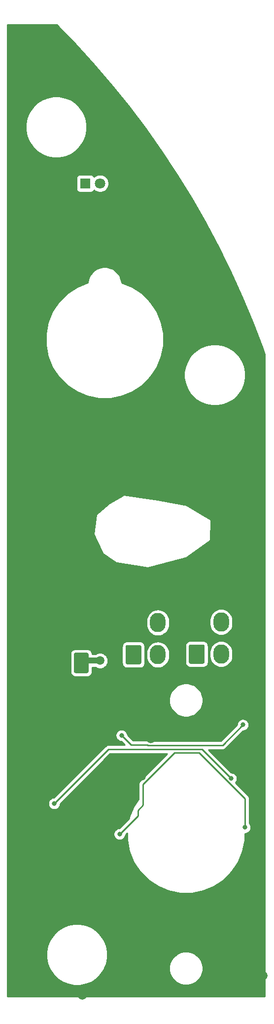
<source format=gbr>
%TF.GenerationSoftware,KiCad,Pcbnew,(5.1.12-1-10_14)*%
%TF.CreationDate,2021-11-21T12:04:54+11:00*%
%TF.ProjectId,SPIN RCV Panel PCB V1,5350494e-2052-4435-9620-50616e656c20,rev?*%
%TF.SameCoordinates,Original*%
%TF.FileFunction,Copper,L2,Bot*%
%TF.FilePolarity,Positive*%
%FSLAX46Y46*%
G04 Gerber Fmt 4.6, Leading zero omitted, Abs format (unit mm)*
G04 Created by KiCad (PCBNEW (5.1.12-1-10_14)) date 2021-11-21 12:04:54*
%MOMM*%
%LPD*%
G01*
G04 APERTURE LIST*
%TA.AperFunction,ComponentPad*%
%ADD10O,2.700000X3.300000*%
%TD*%
%TA.AperFunction,ComponentPad*%
%ADD11C,1.800000*%
%TD*%
%TA.AperFunction,ComponentPad*%
%ADD12R,1.800000X1.800000*%
%TD*%
%TA.AperFunction,ViaPad*%
%ADD13C,1.500000*%
%TD*%
%TA.AperFunction,ViaPad*%
%ADD14C,0.800000*%
%TD*%
%TA.AperFunction,Conductor*%
%ADD15C,1.000000*%
%TD*%
%TA.AperFunction,Conductor*%
%ADD16C,0.250000*%
%TD*%
%TA.AperFunction,Conductor*%
%ADD17C,0.254000*%
%TD*%
%TA.AperFunction,Conductor*%
%ADD18C,0.100000*%
%TD*%
G04 APERTURE END LIST*
D10*
%TO.P,J2,4*%
%TO.N,/DATAOUT*%
X257235000Y-96900000D03*
%TO.P,J2,3*%
%TO.N,/LEDGND*%
X253035000Y-96900000D03*
%TO.P,J2,2*%
%TO.N,/LED+5V*%
X257235000Y-102400000D03*
%TO.P,J2,1*%
%TA.AperFunction,ComponentPad*%
G36*
G01*
X251685000Y-103798900D02*
X251685000Y-101001100D01*
G75*
G02*
X251936100Y-100750000I251100J0D01*
G01*
X254133900Y-100750000D01*
G75*
G02*
X254385000Y-101001100I0J-251100D01*
G01*
X254385000Y-103798900D01*
G75*
G02*
X254133900Y-104050000I-251100J0D01*
G01*
X251936100Y-104050000D01*
G75*
G02*
X251685000Y-103798900I0J251100D01*
G01*
G37*
%TD.AperFunction*%
%TD*%
%TO.P,J1,4*%
%TO.N,/DATAIN*%
X268100000Y-96800000D03*
%TO.P,J1,3*%
%TO.N,/LEDGND*%
X263900000Y-96800000D03*
%TO.P,J1,2*%
%TO.N,/LED+5V*%
X268100000Y-102300000D03*
%TO.P,J1,1*%
%TA.AperFunction,ComponentPad*%
G36*
G01*
X262550000Y-103698900D02*
X262550000Y-100901100D01*
G75*
G02*
X262801100Y-100650000I251100J0D01*
G01*
X264998900Y-100650000D01*
G75*
G02*
X265250000Y-100901100I0J-251100D01*
G01*
X265250000Y-103698900D01*
G75*
G02*
X264998900Y-103950000I-251100J0D01*
G01*
X262801100Y-103950000D01*
G75*
G02*
X262550000Y-103698900I0J251100D01*
G01*
G37*
%TD.AperFunction*%
%TD*%
D11*
%TO.P,D1,2*%
%TO.N,/LED+5V*%
X247294000Y-21500000D03*
D12*
%TO.P,D1,1*%
%TO.N,Net-(D1-Pad1)*%
X244754000Y-21500000D03*
%TD*%
%TO.P,C1,2*%
%TO.N,/LEDGND*%
%TA.AperFunction,SMDPad,CuDef*%
G36*
G01*
X245069000Y-99059000D02*
X243069000Y-99059000D01*
G75*
G02*
X242819000Y-98809000I0J250000D01*
G01*
X242819000Y-95809000D01*
G75*
G02*
X243069000Y-95559000I250000J0D01*
G01*
X245069000Y-95559000D01*
G75*
G02*
X245319000Y-95809000I0J-250000D01*
G01*
X245319000Y-98809000D01*
G75*
G02*
X245069000Y-99059000I-250000J0D01*
G01*
G37*
%TD.AperFunction*%
%TO.P,C1,1*%
%TO.N,/LED+5V*%
%TA.AperFunction,SMDPad,CuDef*%
G36*
G01*
X245069000Y-105559000D02*
X243069000Y-105559000D01*
G75*
G02*
X242819000Y-105309000I0J250000D01*
G01*
X242819000Y-102309000D01*
G75*
G02*
X243069000Y-102059000I250000J0D01*
G01*
X245069000Y-102059000D01*
G75*
G02*
X245319000Y-102309000I0J-250000D01*
G01*
X245319000Y-105309000D01*
G75*
G02*
X245069000Y-105559000I-250000J0D01*
G01*
G37*
%TD.AperFunction*%
%TD*%
D13*
%TO.N,/LEDGND*%
X244067500Y-128275000D03*
X251567900Y-74006000D03*
X236521400Y-137090700D03*
X267244200Y-94052800D03*
X252306000Y-142477100D03*
X244326500Y-142622200D03*
X236661700Y-117681800D03*
X263468200Y-46339000D03*
X275344500Y-157464900D03*
X259961800Y-32102900D03*
X250398500Y-102181200D03*
X244127200Y-82082800D03*
X244376200Y-117162500D03*
X243331000Y-32017200D03*
X243914500Y-94021100D03*
X240087800Y-22830400D03*
X236526800Y-142553100D03*
X240968400Y-103531600D03*
X236945800Y-157128900D03*
X256245000Y-149501600D03*
X256003500Y-111814300D03*
X239162200Y-124071100D03*
X236704400Y-149486100D03*
X248261600Y-31716800D03*
X244286100Y-160855000D03*
X255927500Y-156045800D03*
X255991000Y-116864800D03*
X244537400Y-111544800D03*
X268233500Y-76664700D03*
X258276000Y-72119500D03*
X273837000Y-129463000D03*
X273900000Y-123200000D03*
X273900000Y-117400000D03*
X273800000Y-111800000D03*
X233550000Y-131450000D03*
D14*
X244200000Y-134631738D03*
D13*
X273200000Y-141150000D03*
X273700000Y-146650000D03*
X273696000Y-152246000D03*
X273860000Y-134890000D03*
X254389000Y-123289000D03*
X247400000Y-61150000D03*
X255750000Y-60950000D03*
X247800000Y-135850000D03*
X251275000Y-130025000D03*
X258550000Y-40500000D03*
X238350000Y-55100000D03*
X238250000Y-39200000D03*
X259550000Y-51900000D03*
X247700000Y-148450000D03*
X236220000Y-110744000D03*
X249720000Y-91550000D03*
X258660000Y-91570000D03*
%TO.N,/LED+5V*%
X247286000Y-103422800D03*
D14*
%TO.N,Net-(D28-Pad2)*%
X271835400Y-114441400D03*
X250985600Y-116242600D03*
%TO.N,Net-(D33-Pad2)*%
X269800000Y-123650000D03*
X239400000Y-127950000D03*
%TO.N,Net-(D39-Pad2)*%
X272200000Y-132050000D03*
X250650000Y-133200000D03*
%TD*%
D15*
%TO.N,/LED+5V*%
X247286000Y-103422800D02*
X244455200Y-103422800D01*
X244455200Y-103422800D02*
X244069000Y-103809000D01*
D16*
%TO.N,Net-(D28-Pad2)*%
X250985600Y-116242600D02*
X252643000Y-117900000D01*
X268336999Y-117939801D02*
X271835400Y-114441400D01*
X255474999Y-117939801D02*
X268336999Y-117939801D01*
X255435198Y-117900000D02*
X255474999Y-117939801D01*
X252643000Y-117900000D02*
X255435198Y-117900000D01*
%TO.N,Net-(D33-Pad2)*%
X239400000Y-127950000D02*
X239400000Y-127950000D01*
X264800000Y-118650000D02*
X269800000Y-123650000D01*
X239400000Y-127950000D02*
X248700000Y-118650000D01*
X248700000Y-118650000D02*
X264800000Y-118650000D01*
%TO.N,Net-(D39-Pad2)*%
X253791002Y-130058998D02*
X250650000Y-133200000D01*
X254650000Y-128241002D02*
X253791002Y-129100000D01*
X272200000Y-127100000D02*
X264300000Y-119200000D01*
X272200000Y-132050000D02*
X272200000Y-127100000D01*
X254650000Y-124619002D02*
X254650000Y-128241002D01*
X253791002Y-129100000D02*
X253791002Y-130058998D01*
X264300000Y-119200000D02*
X260069002Y-119200000D01*
X260069002Y-119200000D02*
X254650000Y-124619002D01*
%TD*%
D17*
%TO.N,/LEDGND*%
X242953719Y2519112D02*
X246170776Y-995320D01*
X249275825Y-4609033D01*
X252265846Y-8318512D01*
X255137858Y-12120059D01*
X257889071Y-16009980D01*
X260516727Y-19984379D01*
X263018254Y-24039363D01*
X265391182Y-28170933D01*
X267633138Y-32374950D01*
X269741958Y-36647357D01*
X271715525Y-40983871D01*
X273551910Y-45380244D01*
X275250827Y-49836147D01*
X275606124Y-50825872D01*
X275606123Y-161087936D01*
X231356123Y-161087936D01*
X231356123Y-153365697D01*
X238044123Y-153365697D01*
X238044123Y-154405175D01*
X238246915Y-155424680D01*
X238644706Y-156385033D01*
X239222210Y-157249327D01*
X239957232Y-157984349D01*
X240821526Y-158561853D01*
X241781879Y-158959644D01*
X242801384Y-159162436D01*
X243840862Y-159162436D01*
X244860367Y-158959644D01*
X245820720Y-158561853D01*
X246685014Y-157984349D01*
X247420036Y-157249327D01*
X247997540Y-156385033D01*
X248175586Y-155955190D01*
X259159974Y-155955190D01*
X259159974Y-156525190D01*
X259271175Y-157084236D01*
X259489305Y-157610847D01*
X259805979Y-158084784D01*
X260209029Y-158487834D01*
X260682966Y-158804508D01*
X261209577Y-159022638D01*
X261768623Y-159133839D01*
X262338623Y-159133839D01*
X262897669Y-159022638D01*
X263424280Y-158804508D01*
X263898217Y-158487834D01*
X264301267Y-158084784D01*
X264617941Y-157610847D01*
X264836071Y-157084236D01*
X264947272Y-156525190D01*
X264947272Y-155955190D01*
X264836071Y-155396144D01*
X264617941Y-154869533D01*
X264301267Y-154395596D01*
X263898217Y-153992546D01*
X263424280Y-153675872D01*
X262897669Y-153457742D01*
X262338623Y-153346541D01*
X261768623Y-153346541D01*
X261209577Y-153457742D01*
X260682966Y-153675872D01*
X260209029Y-153992546D01*
X259805979Y-154395596D01*
X259489305Y-154869533D01*
X259271175Y-155396144D01*
X259159974Y-155955190D01*
X248175586Y-155955190D01*
X248395331Y-155424680D01*
X248598123Y-154405175D01*
X248598123Y-153365697D01*
X248395331Y-152346192D01*
X247997540Y-151385839D01*
X247420036Y-150521545D01*
X246685014Y-149786523D01*
X245820720Y-149209019D01*
X244860367Y-148811228D01*
X243840862Y-148608436D01*
X242801384Y-148608436D01*
X241781879Y-148811228D01*
X240821526Y-149209019D01*
X239957232Y-149786523D01*
X239222210Y-150521545D01*
X238644706Y-151385839D01*
X238246915Y-152346192D01*
X238044123Y-153365697D01*
X231356123Y-153365697D01*
X231356123Y-127848061D01*
X238365000Y-127848061D01*
X238365000Y-128051939D01*
X238404774Y-128251898D01*
X238482795Y-128440256D01*
X238596063Y-128609774D01*
X238740226Y-128753937D01*
X238909744Y-128867205D01*
X239098102Y-128945226D01*
X239298061Y-128985000D01*
X239501939Y-128985000D01*
X239701898Y-128945226D01*
X239890256Y-128867205D01*
X240059774Y-128753937D01*
X240203937Y-128609774D01*
X240317205Y-128440256D01*
X240395226Y-128251898D01*
X240435000Y-128051939D01*
X240435000Y-127989801D01*
X249014802Y-119410000D01*
X258784200Y-119410000D01*
X254139003Y-124055198D01*
X254109999Y-124079001D01*
X254059729Y-124140256D01*
X254015026Y-124194726D01*
X253990474Y-124240660D01*
X253944454Y-124326756D01*
X253900997Y-124470017D01*
X253890000Y-124581670D01*
X253890000Y-124581680D01*
X253886324Y-124619002D01*
X253890000Y-124656325D01*
X253890001Y-127204698D01*
X253079192Y-128418158D01*
X252315798Y-130261154D01*
X252266573Y-130508625D01*
X250610199Y-132165000D01*
X250548061Y-132165000D01*
X250348102Y-132204774D01*
X250159744Y-132282795D01*
X249990226Y-132396063D01*
X249846063Y-132540226D01*
X249732795Y-132709744D01*
X249654774Y-132898102D01*
X249615000Y-133098061D01*
X249615000Y-133301939D01*
X249654774Y-133501898D01*
X249732795Y-133690256D01*
X249846063Y-133859774D01*
X249990226Y-134003937D01*
X250159744Y-134117205D01*
X250348102Y-134195226D01*
X250548061Y-134235000D01*
X250751939Y-134235000D01*
X250951898Y-134195226D01*
X251140256Y-134117205D01*
X251309774Y-134003937D01*
X251453937Y-133859774D01*
X251567205Y-133690256D01*
X251645226Y-133501898D01*
X251685000Y-133301939D01*
X251685000Y-133239801D01*
X251926623Y-132998178D01*
X251926623Y-134212513D01*
X252315798Y-136169028D01*
X253079192Y-138012024D01*
X254187469Y-139670677D01*
X255598037Y-141081245D01*
X257256690Y-142189522D01*
X259099686Y-142952916D01*
X261056201Y-143342091D01*
X263051045Y-143342091D01*
X265007560Y-142952916D01*
X266850556Y-142189522D01*
X268509209Y-141081245D01*
X269919777Y-139670677D01*
X271028054Y-138012024D01*
X271791448Y-136169028D01*
X272180623Y-134212513D01*
X272180623Y-133085000D01*
X272301939Y-133085000D01*
X272501898Y-133045226D01*
X272690256Y-132967205D01*
X272859774Y-132853937D01*
X273003937Y-132709774D01*
X273117205Y-132540256D01*
X273195226Y-132351898D01*
X273235000Y-132151939D01*
X273235000Y-131948061D01*
X273195226Y-131748102D01*
X273117205Y-131559744D01*
X273003937Y-131390226D01*
X272960000Y-131346289D01*
X272960000Y-127137322D01*
X272963676Y-127099999D01*
X272960000Y-127062676D01*
X272960000Y-127062667D01*
X272949003Y-126951014D01*
X272905546Y-126807753D01*
X272879757Y-126759505D01*
X272834974Y-126675723D01*
X272763799Y-126588997D01*
X272740001Y-126559999D01*
X272711003Y-126536201D01*
X270544256Y-124369455D01*
X270603937Y-124309774D01*
X270717205Y-124140256D01*
X270795226Y-123951898D01*
X270835000Y-123751939D01*
X270835000Y-123548061D01*
X270795226Y-123348102D01*
X270717205Y-123159744D01*
X270603937Y-122990226D01*
X270459774Y-122846063D01*
X270290256Y-122732795D01*
X270101898Y-122654774D01*
X269901939Y-122615000D01*
X269839802Y-122615000D01*
X265924602Y-118699801D01*
X268299677Y-118699801D01*
X268336999Y-118703477D01*
X268374321Y-118699801D01*
X268374332Y-118699801D01*
X268485985Y-118688804D01*
X268629246Y-118645347D01*
X268761275Y-118574775D01*
X268877000Y-118479802D01*
X268900803Y-118450798D01*
X271875202Y-115476400D01*
X271937339Y-115476400D01*
X272137298Y-115436626D01*
X272325656Y-115358605D01*
X272495174Y-115245337D01*
X272639337Y-115101174D01*
X272752605Y-114931656D01*
X272830626Y-114743298D01*
X272870400Y-114543339D01*
X272870400Y-114339461D01*
X272830626Y-114139502D01*
X272752605Y-113951144D01*
X272639337Y-113781626D01*
X272495174Y-113637463D01*
X272325656Y-113524195D01*
X272137298Y-113446174D01*
X271937339Y-113406400D01*
X271733461Y-113406400D01*
X271533502Y-113446174D01*
X271345144Y-113524195D01*
X271175626Y-113637463D01*
X271031463Y-113781626D01*
X270918195Y-113951144D01*
X270840174Y-114139502D01*
X270800400Y-114339461D01*
X270800400Y-114401598D01*
X268022198Y-117179801D01*
X255679140Y-117179801D01*
X255584184Y-117150997D01*
X255472531Y-117140000D01*
X255472520Y-117140000D01*
X255435198Y-117136324D01*
X255397876Y-117140000D01*
X252957802Y-117140000D01*
X252020600Y-116202799D01*
X252020600Y-116140661D01*
X251980826Y-115940702D01*
X251902805Y-115752344D01*
X251789537Y-115582826D01*
X251645374Y-115438663D01*
X251475856Y-115325395D01*
X251287498Y-115247374D01*
X251087539Y-115207600D01*
X250883661Y-115207600D01*
X250683702Y-115247374D01*
X250495344Y-115325395D01*
X250325826Y-115438663D01*
X250181663Y-115582826D01*
X250068395Y-115752344D01*
X249990374Y-115940702D01*
X249950600Y-116140661D01*
X249950600Y-116344539D01*
X249990374Y-116544498D01*
X250068395Y-116732856D01*
X250181663Y-116902374D01*
X250325826Y-117046537D01*
X250495344Y-117159805D01*
X250683702Y-117237826D01*
X250883661Y-117277600D01*
X250945799Y-117277600D01*
X251558198Y-117890000D01*
X248737322Y-117890000D01*
X248699999Y-117886324D01*
X248662676Y-117890000D01*
X248662667Y-117890000D01*
X248551014Y-117900997D01*
X248423092Y-117939801D01*
X248407753Y-117944454D01*
X248275723Y-118015026D01*
X248192083Y-118083668D01*
X248159999Y-118109999D01*
X248136201Y-118138997D01*
X239360199Y-126915000D01*
X239298061Y-126915000D01*
X239098102Y-126954774D01*
X238909744Y-127032795D01*
X238740226Y-127146063D01*
X238596063Y-127290226D01*
X238482795Y-127459744D01*
X238404774Y-127648102D01*
X238365000Y-127848061D01*
X231356123Y-127848061D01*
X231356123Y-109930391D01*
X259159974Y-109930391D01*
X259159974Y-110500391D01*
X259271175Y-111059437D01*
X259489305Y-111586048D01*
X259805979Y-112059985D01*
X260209029Y-112463035D01*
X260682966Y-112779709D01*
X261209577Y-112997839D01*
X261768623Y-113109040D01*
X262338623Y-113109040D01*
X262897669Y-112997839D01*
X263424280Y-112779709D01*
X263898217Y-112463035D01*
X264301267Y-112059985D01*
X264617941Y-111586048D01*
X264836071Y-111059437D01*
X264947272Y-110500391D01*
X264947272Y-109930391D01*
X264836071Y-109371345D01*
X264617941Y-108844734D01*
X264301267Y-108370797D01*
X263898217Y-107967747D01*
X263424280Y-107651073D01*
X262897669Y-107432943D01*
X262338623Y-107321742D01*
X261768623Y-107321742D01*
X261209577Y-107432943D01*
X260682966Y-107651073D01*
X260209029Y-107967747D01*
X259805979Y-108370797D01*
X259489305Y-108844734D01*
X259271175Y-109371345D01*
X259159974Y-109930391D01*
X231356123Y-109930391D01*
X231356123Y-102309000D01*
X242180928Y-102309000D01*
X242180928Y-105309000D01*
X242197992Y-105482254D01*
X242248528Y-105648850D01*
X242330595Y-105802386D01*
X242441038Y-105936962D01*
X242575614Y-106047405D01*
X242729150Y-106129472D01*
X242895746Y-106180008D01*
X243069000Y-106197072D01*
X245069000Y-106197072D01*
X245242254Y-106180008D01*
X245408850Y-106129472D01*
X245562386Y-106047405D01*
X245696962Y-105936962D01*
X245807405Y-105802386D01*
X245889472Y-105648850D01*
X245940008Y-105482254D01*
X245957072Y-105309000D01*
X245957072Y-104557800D01*
X246491714Y-104557800D01*
X246629957Y-104650171D01*
X246882011Y-104754575D01*
X247149589Y-104807800D01*
X247422411Y-104807800D01*
X247689989Y-104754575D01*
X247942043Y-104650171D01*
X248168886Y-104498599D01*
X248361799Y-104305686D01*
X248513371Y-104078843D01*
X248617775Y-103826789D01*
X248671000Y-103559211D01*
X248671000Y-103286389D01*
X248617775Y-103018811D01*
X248513371Y-102766757D01*
X248361799Y-102539914D01*
X248168886Y-102347001D01*
X247942043Y-102195429D01*
X247689989Y-102091025D01*
X247422411Y-102037800D01*
X247149589Y-102037800D01*
X246882011Y-102091025D01*
X246629957Y-102195429D01*
X246491714Y-102287800D01*
X245954984Y-102287800D01*
X245940008Y-102135746D01*
X245889472Y-101969150D01*
X245807405Y-101815614D01*
X245696962Y-101681038D01*
X245562386Y-101570595D01*
X245408850Y-101488528D01*
X245242254Y-101437992D01*
X245069000Y-101420928D01*
X243069000Y-101420928D01*
X242895746Y-101437992D01*
X242729150Y-101488528D01*
X242575614Y-101570595D01*
X242441038Y-101681038D01*
X242330595Y-101815614D01*
X242248528Y-101969150D01*
X242197992Y-102135746D01*
X242180928Y-102309000D01*
X231356123Y-102309000D01*
X231356123Y-101001100D01*
X251046928Y-101001100D01*
X251046928Y-103798900D01*
X251064013Y-103972369D01*
X251114612Y-104139171D01*
X251196781Y-104292897D01*
X251307360Y-104427640D01*
X251442103Y-104538219D01*
X251595829Y-104620388D01*
X251762631Y-104670987D01*
X251936100Y-104688072D01*
X254133900Y-104688072D01*
X254307369Y-104670987D01*
X254474171Y-104620388D01*
X254627897Y-104538219D01*
X254762640Y-104427640D01*
X254873219Y-104292897D01*
X254955388Y-104139171D01*
X255005987Y-103972369D01*
X255023072Y-103798900D01*
X255023072Y-102002491D01*
X255250000Y-102002491D01*
X255250000Y-102797510D01*
X255278722Y-103089128D01*
X255392226Y-103463302D01*
X255576547Y-103808143D01*
X255824603Y-104110398D01*
X256126858Y-104358453D01*
X256471699Y-104542774D01*
X256845873Y-104656278D01*
X257235000Y-104694604D01*
X257624128Y-104656278D01*
X257998302Y-104542774D01*
X258343143Y-104358453D01*
X258645398Y-104110398D01*
X258893453Y-103808143D01*
X259077774Y-103463302D01*
X259191278Y-103089127D01*
X259220000Y-102797509D01*
X259220000Y-102002490D01*
X259191278Y-101710872D01*
X259077774Y-101336698D01*
X258893453Y-100991857D01*
X258818971Y-100901100D01*
X261911928Y-100901100D01*
X261911928Y-103698900D01*
X261929013Y-103872369D01*
X261979612Y-104039171D01*
X262061781Y-104192897D01*
X262172360Y-104327640D01*
X262307103Y-104438219D01*
X262460829Y-104520388D01*
X262627631Y-104570987D01*
X262801100Y-104588072D01*
X264998900Y-104588072D01*
X265172369Y-104570987D01*
X265339171Y-104520388D01*
X265492897Y-104438219D01*
X265627640Y-104327640D01*
X265738219Y-104192897D01*
X265820388Y-104039171D01*
X265870987Y-103872369D01*
X265888072Y-103698900D01*
X265888072Y-101902491D01*
X266115000Y-101902491D01*
X266115000Y-102697510D01*
X266143722Y-102989128D01*
X266257226Y-103363302D01*
X266441547Y-103708143D01*
X266689603Y-104010398D01*
X266991858Y-104258453D01*
X267336699Y-104442774D01*
X267710873Y-104556278D01*
X268100000Y-104594604D01*
X268489128Y-104556278D01*
X268863302Y-104442774D01*
X269208143Y-104258453D01*
X269510398Y-104010398D01*
X269758453Y-103708143D01*
X269942774Y-103363302D01*
X270056278Y-102989127D01*
X270085000Y-102697509D01*
X270085000Y-101902490D01*
X270056278Y-101610872D01*
X269942774Y-101236698D01*
X269758453Y-100891857D01*
X269510398Y-100589602D01*
X269208143Y-100341547D01*
X268863301Y-100157226D01*
X268489127Y-100043722D01*
X268100000Y-100005396D01*
X267710872Y-100043722D01*
X267336698Y-100157226D01*
X266991857Y-100341547D01*
X266689602Y-100589602D01*
X266441547Y-100891857D01*
X266257226Y-101236699D01*
X266143722Y-101610873D01*
X266115000Y-101902491D01*
X265888072Y-101902491D01*
X265888072Y-100901100D01*
X265870987Y-100727631D01*
X265820388Y-100560829D01*
X265738219Y-100407103D01*
X265627640Y-100272360D01*
X265492897Y-100161781D01*
X265339171Y-100079612D01*
X265172369Y-100029013D01*
X264998900Y-100011928D01*
X262801100Y-100011928D01*
X262627631Y-100029013D01*
X262460829Y-100079612D01*
X262307103Y-100161781D01*
X262172360Y-100272360D01*
X262061781Y-100407103D01*
X261979612Y-100560829D01*
X261929013Y-100727631D01*
X261911928Y-100901100D01*
X258818971Y-100901100D01*
X258645398Y-100689602D01*
X258343143Y-100441547D01*
X257998301Y-100257226D01*
X257624127Y-100143722D01*
X257235000Y-100105396D01*
X256845872Y-100143722D01*
X256471698Y-100257226D01*
X256126857Y-100441547D01*
X255824602Y-100689602D01*
X255576547Y-100991857D01*
X255392226Y-101336699D01*
X255278722Y-101710873D01*
X255250000Y-102002491D01*
X255023072Y-102002491D01*
X255023072Y-101001100D01*
X255005987Y-100827631D01*
X254955388Y-100660829D01*
X254873219Y-100507103D01*
X254762640Y-100372360D01*
X254627897Y-100261781D01*
X254474171Y-100179612D01*
X254307369Y-100129013D01*
X254133900Y-100111928D01*
X251936100Y-100111928D01*
X251762631Y-100129013D01*
X251595829Y-100179612D01*
X251442103Y-100261781D01*
X251307360Y-100372360D01*
X251196781Y-100507103D01*
X251114612Y-100660829D01*
X251064013Y-100827631D01*
X251046928Y-101001100D01*
X231356123Y-101001100D01*
X231356123Y-96502491D01*
X255250000Y-96502491D01*
X255250000Y-97297510D01*
X255278722Y-97589128D01*
X255392226Y-97963302D01*
X255576547Y-98308143D01*
X255824603Y-98610398D01*
X256126858Y-98858453D01*
X256471699Y-99042774D01*
X256845873Y-99156278D01*
X257235000Y-99194604D01*
X257624128Y-99156278D01*
X257998302Y-99042774D01*
X258343143Y-98858453D01*
X258645398Y-98610398D01*
X258893453Y-98308143D01*
X259077774Y-97963302D01*
X259191278Y-97589127D01*
X259220000Y-97297509D01*
X259220000Y-96502490D01*
X259210151Y-96402491D01*
X266115000Y-96402491D01*
X266115000Y-97197510D01*
X266143722Y-97489128D01*
X266257226Y-97863302D01*
X266441547Y-98208143D01*
X266689603Y-98510398D01*
X266991858Y-98758453D01*
X267336699Y-98942774D01*
X267710873Y-99056278D01*
X268100000Y-99094604D01*
X268489128Y-99056278D01*
X268863302Y-98942774D01*
X269208143Y-98758453D01*
X269510398Y-98510398D01*
X269758453Y-98208143D01*
X269942774Y-97863302D01*
X270056278Y-97489127D01*
X270085000Y-97197509D01*
X270085000Y-96402490D01*
X270056278Y-96110872D01*
X269942774Y-95736698D01*
X269758453Y-95391857D01*
X269510398Y-95089602D01*
X269208143Y-94841547D01*
X268863301Y-94657226D01*
X268489127Y-94543722D01*
X268100000Y-94505396D01*
X267710872Y-94543722D01*
X267336698Y-94657226D01*
X266991857Y-94841547D01*
X266689602Y-95089602D01*
X266441547Y-95391857D01*
X266257226Y-95736699D01*
X266143722Y-96110873D01*
X266115000Y-96402491D01*
X259210151Y-96402491D01*
X259191278Y-96210872D01*
X259077774Y-95836698D01*
X258893453Y-95491857D01*
X258645398Y-95189602D01*
X258343143Y-94941547D01*
X257998301Y-94757226D01*
X257624127Y-94643722D01*
X257235000Y-94605396D01*
X256845872Y-94643722D01*
X256471698Y-94757226D01*
X256126857Y-94941547D01*
X255824602Y-95189602D01*
X255576547Y-95491857D01*
X255392226Y-95836699D01*
X255278722Y-96210873D01*
X255250000Y-96502491D01*
X231356123Y-96502491D01*
X231356123Y-81630042D01*
X246198100Y-81630042D01*
X246201522Y-81654702D01*
X246209689Y-81678220D01*
X247709689Y-84928220D01*
X247718141Y-84943631D01*
X247733584Y-84963159D01*
X247752539Y-84979300D01*
X250127539Y-86629300D01*
X250156910Y-86644467D01*
X250181045Y-86650577D01*
X255481045Y-87450577D01*
X255506522Y-87451832D01*
X255531140Y-87448123D01*
X261956140Y-85823123D01*
X261977237Y-85815759D01*
X261998817Y-85803344D01*
X266198817Y-82803344D01*
X266213482Y-82791104D01*
X266229555Y-82772091D01*
X266241611Y-82750308D01*
X266249185Y-82726592D01*
X266251986Y-82701854D01*
X266301986Y-79276854D01*
X266298208Y-79244198D01*
X266289832Y-79220753D01*
X266277042Y-79199393D01*
X266260331Y-79180938D01*
X266240341Y-79166098D01*
X262240341Y-76766098D01*
X262223724Y-76757718D01*
X262199907Y-76750466D01*
X257199907Y-75750466D01*
X257191609Y-75749091D01*
X251316609Y-74974091D01*
X251282106Y-74974267D01*
X251257920Y-74980174D01*
X251235352Y-74990686D01*
X248910352Y-76365686D01*
X248892438Y-76378499D01*
X246642438Y-78303499D01*
X246628891Y-78316981D01*
X246614542Y-78337327D01*
X246604437Y-78360080D01*
X246598966Y-78384368D01*
X246198966Y-81609368D01*
X246198100Y-81630042D01*
X231356123Y-81630042D01*
X231356123Y-47287514D01*
X237956623Y-47287514D01*
X237956623Y-49282358D01*
X238345798Y-51238873D01*
X239109192Y-53081869D01*
X240217469Y-54740522D01*
X241628037Y-56151090D01*
X243286690Y-57259367D01*
X245129686Y-58022761D01*
X247086201Y-58411936D01*
X249081045Y-58411936D01*
X251037560Y-58022761D01*
X252880556Y-57259367D01*
X254539209Y-56151090D01*
X255949777Y-54740522D01*
X256537323Y-53861197D01*
X261729623Y-53861197D01*
X261729623Y-54900675D01*
X261932415Y-55920180D01*
X262330206Y-56880533D01*
X262907710Y-57744827D01*
X263642732Y-58479849D01*
X264507026Y-59057353D01*
X265467379Y-59455144D01*
X266486884Y-59657936D01*
X267526362Y-59657936D01*
X268545867Y-59455144D01*
X269506220Y-59057353D01*
X270370514Y-58479849D01*
X271105536Y-57744827D01*
X271683040Y-56880533D01*
X272080831Y-55920180D01*
X272283623Y-54900675D01*
X272283623Y-53861197D01*
X272080831Y-52841692D01*
X271683040Y-51881339D01*
X271105536Y-51017045D01*
X270370514Y-50282023D01*
X269506220Y-49704519D01*
X268545867Y-49306728D01*
X267526362Y-49103936D01*
X266486884Y-49103936D01*
X265467379Y-49306728D01*
X264507026Y-49704519D01*
X263642732Y-50282023D01*
X262907710Y-51017045D01*
X262330206Y-51881339D01*
X261932415Y-52841692D01*
X261729623Y-53861197D01*
X256537323Y-53861197D01*
X257058054Y-53081869D01*
X257821448Y-51238873D01*
X258210623Y-49282358D01*
X258210623Y-47287514D01*
X257821448Y-45330999D01*
X257058054Y-43488003D01*
X255949777Y-41829350D01*
X254539209Y-40418782D01*
X252880556Y-39310505D01*
X251037560Y-38547111D01*
X250996623Y-38538968D01*
X250996623Y-38473031D01*
X250884678Y-37910245D01*
X250665090Y-37380113D01*
X250346298Y-36903007D01*
X249940552Y-36497261D01*
X249463446Y-36178469D01*
X248933314Y-35958881D01*
X248370528Y-35846936D01*
X247796718Y-35846936D01*
X247233932Y-35958881D01*
X246703800Y-36178469D01*
X246226694Y-36497261D01*
X245820948Y-36903007D01*
X245502156Y-37380113D01*
X245282568Y-37910245D01*
X245170623Y-38473031D01*
X245170623Y-38538968D01*
X245129686Y-38547111D01*
X243286690Y-39310505D01*
X241628037Y-40418782D01*
X240217469Y-41829350D01*
X239109192Y-43488003D01*
X238345798Y-45330999D01*
X237956623Y-47287514D01*
X231356123Y-47287514D01*
X231356123Y-20600000D01*
X243215928Y-20600000D01*
X243215928Y-22400000D01*
X243228188Y-22524482D01*
X243264498Y-22644180D01*
X243323463Y-22754494D01*
X243402815Y-22851185D01*
X243499506Y-22930537D01*
X243609820Y-22989502D01*
X243729518Y-23025812D01*
X243854000Y-23038072D01*
X245654000Y-23038072D01*
X245778482Y-23025812D01*
X245898180Y-22989502D01*
X246008494Y-22930537D01*
X246105185Y-22851185D01*
X246184537Y-22754494D01*
X246243502Y-22644180D01*
X246249056Y-22625873D01*
X246315495Y-22692312D01*
X246566905Y-22860299D01*
X246846257Y-22976011D01*
X247142816Y-23035000D01*
X247445184Y-23035000D01*
X247741743Y-22976011D01*
X248021095Y-22860299D01*
X248272505Y-22692312D01*
X248486312Y-22478505D01*
X248654299Y-22227095D01*
X248770011Y-21947743D01*
X248829000Y-21651184D01*
X248829000Y-21348816D01*
X248770011Y-21052257D01*
X248654299Y-20772905D01*
X248486312Y-20521495D01*
X248272505Y-20307688D01*
X248021095Y-20139701D01*
X247741743Y-20023989D01*
X247445184Y-19965000D01*
X247142816Y-19965000D01*
X246846257Y-20023989D01*
X246566905Y-20139701D01*
X246315495Y-20307688D01*
X246249056Y-20374127D01*
X246243502Y-20355820D01*
X246184537Y-20245506D01*
X246105185Y-20148815D01*
X246008494Y-20069463D01*
X245898180Y-20010498D01*
X245778482Y-19974188D01*
X245654000Y-19961928D01*
X243854000Y-19961928D01*
X243729518Y-19974188D01*
X243609820Y-20010498D01*
X243499506Y-20069463D01*
X243402815Y-20148815D01*
X243323463Y-20245506D01*
X243264498Y-20355820D01*
X243228188Y-20475518D01*
X243215928Y-20600000D01*
X231356123Y-20600000D01*
X231356123Y-11316197D01*
X234488123Y-11316197D01*
X234488123Y-12355675D01*
X234690915Y-13375180D01*
X235088706Y-14335533D01*
X235666210Y-15199827D01*
X236401232Y-15934849D01*
X237265526Y-16512353D01*
X238225879Y-16910144D01*
X239245384Y-17112936D01*
X240284862Y-17112936D01*
X241304367Y-16910144D01*
X242264720Y-16512353D01*
X243129014Y-15934849D01*
X243864036Y-15199827D01*
X244441540Y-14335533D01*
X244839331Y-13375180D01*
X245042123Y-12355675D01*
X245042123Y-11316197D01*
X244839331Y-10296692D01*
X244441540Y-9336339D01*
X243864036Y-8472045D01*
X243129014Y-7737023D01*
X242264720Y-7159519D01*
X241304367Y-6761728D01*
X240284862Y-6558936D01*
X239245384Y-6558936D01*
X238225879Y-6761728D01*
X237265526Y-7159519D01*
X236401232Y-7737023D01*
X235666210Y-8472045D01*
X235088706Y-9336339D01*
X234690915Y-10296692D01*
X234488123Y-11316197D01*
X231356123Y-11316197D01*
X231356123Y5717064D01*
X239836180Y5717064D01*
X242953719Y2519112D01*
%TA.AperFunction,Conductor*%
D18*
G36*
X242953719Y2519112D02*
G01*
X246170776Y-995320D01*
X249275825Y-4609033D01*
X252265846Y-8318512D01*
X255137858Y-12120059D01*
X257889071Y-16009980D01*
X260516727Y-19984379D01*
X263018254Y-24039363D01*
X265391182Y-28170933D01*
X267633138Y-32374950D01*
X269741958Y-36647357D01*
X271715525Y-40983871D01*
X273551910Y-45380244D01*
X275250827Y-49836147D01*
X275606124Y-50825872D01*
X275606123Y-161087936D01*
X231356123Y-161087936D01*
X231356123Y-153365697D01*
X238044123Y-153365697D01*
X238044123Y-154405175D01*
X238246915Y-155424680D01*
X238644706Y-156385033D01*
X239222210Y-157249327D01*
X239957232Y-157984349D01*
X240821526Y-158561853D01*
X241781879Y-158959644D01*
X242801384Y-159162436D01*
X243840862Y-159162436D01*
X244860367Y-158959644D01*
X245820720Y-158561853D01*
X246685014Y-157984349D01*
X247420036Y-157249327D01*
X247997540Y-156385033D01*
X248175586Y-155955190D01*
X259159974Y-155955190D01*
X259159974Y-156525190D01*
X259271175Y-157084236D01*
X259489305Y-157610847D01*
X259805979Y-158084784D01*
X260209029Y-158487834D01*
X260682966Y-158804508D01*
X261209577Y-159022638D01*
X261768623Y-159133839D01*
X262338623Y-159133839D01*
X262897669Y-159022638D01*
X263424280Y-158804508D01*
X263898217Y-158487834D01*
X264301267Y-158084784D01*
X264617941Y-157610847D01*
X264836071Y-157084236D01*
X264947272Y-156525190D01*
X264947272Y-155955190D01*
X264836071Y-155396144D01*
X264617941Y-154869533D01*
X264301267Y-154395596D01*
X263898217Y-153992546D01*
X263424280Y-153675872D01*
X262897669Y-153457742D01*
X262338623Y-153346541D01*
X261768623Y-153346541D01*
X261209577Y-153457742D01*
X260682966Y-153675872D01*
X260209029Y-153992546D01*
X259805979Y-154395596D01*
X259489305Y-154869533D01*
X259271175Y-155396144D01*
X259159974Y-155955190D01*
X248175586Y-155955190D01*
X248395331Y-155424680D01*
X248598123Y-154405175D01*
X248598123Y-153365697D01*
X248395331Y-152346192D01*
X247997540Y-151385839D01*
X247420036Y-150521545D01*
X246685014Y-149786523D01*
X245820720Y-149209019D01*
X244860367Y-148811228D01*
X243840862Y-148608436D01*
X242801384Y-148608436D01*
X241781879Y-148811228D01*
X240821526Y-149209019D01*
X239957232Y-149786523D01*
X239222210Y-150521545D01*
X238644706Y-151385839D01*
X238246915Y-152346192D01*
X238044123Y-153365697D01*
X231356123Y-153365697D01*
X231356123Y-127848061D01*
X238365000Y-127848061D01*
X238365000Y-128051939D01*
X238404774Y-128251898D01*
X238482795Y-128440256D01*
X238596063Y-128609774D01*
X238740226Y-128753937D01*
X238909744Y-128867205D01*
X239098102Y-128945226D01*
X239298061Y-128985000D01*
X239501939Y-128985000D01*
X239701898Y-128945226D01*
X239890256Y-128867205D01*
X240059774Y-128753937D01*
X240203937Y-128609774D01*
X240317205Y-128440256D01*
X240395226Y-128251898D01*
X240435000Y-128051939D01*
X240435000Y-127989801D01*
X249014802Y-119410000D01*
X258784200Y-119410000D01*
X254139003Y-124055198D01*
X254109999Y-124079001D01*
X254059729Y-124140256D01*
X254015026Y-124194726D01*
X253990474Y-124240660D01*
X253944454Y-124326756D01*
X253900997Y-124470017D01*
X253890000Y-124581670D01*
X253890000Y-124581680D01*
X253886324Y-124619002D01*
X253890000Y-124656325D01*
X253890001Y-127204698D01*
X253079192Y-128418158D01*
X252315798Y-130261154D01*
X252266573Y-130508625D01*
X250610199Y-132165000D01*
X250548061Y-132165000D01*
X250348102Y-132204774D01*
X250159744Y-132282795D01*
X249990226Y-132396063D01*
X249846063Y-132540226D01*
X249732795Y-132709744D01*
X249654774Y-132898102D01*
X249615000Y-133098061D01*
X249615000Y-133301939D01*
X249654774Y-133501898D01*
X249732795Y-133690256D01*
X249846063Y-133859774D01*
X249990226Y-134003937D01*
X250159744Y-134117205D01*
X250348102Y-134195226D01*
X250548061Y-134235000D01*
X250751939Y-134235000D01*
X250951898Y-134195226D01*
X251140256Y-134117205D01*
X251309774Y-134003937D01*
X251453937Y-133859774D01*
X251567205Y-133690256D01*
X251645226Y-133501898D01*
X251685000Y-133301939D01*
X251685000Y-133239801D01*
X251926623Y-132998178D01*
X251926623Y-134212513D01*
X252315798Y-136169028D01*
X253079192Y-138012024D01*
X254187469Y-139670677D01*
X255598037Y-141081245D01*
X257256690Y-142189522D01*
X259099686Y-142952916D01*
X261056201Y-143342091D01*
X263051045Y-143342091D01*
X265007560Y-142952916D01*
X266850556Y-142189522D01*
X268509209Y-141081245D01*
X269919777Y-139670677D01*
X271028054Y-138012024D01*
X271791448Y-136169028D01*
X272180623Y-134212513D01*
X272180623Y-133085000D01*
X272301939Y-133085000D01*
X272501898Y-133045226D01*
X272690256Y-132967205D01*
X272859774Y-132853937D01*
X273003937Y-132709774D01*
X273117205Y-132540256D01*
X273195226Y-132351898D01*
X273235000Y-132151939D01*
X273235000Y-131948061D01*
X273195226Y-131748102D01*
X273117205Y-131559744D01*
X273003937Y-131390226D01*
X272960000Y-131346289D01*
X272960000Y-127137322D01*
X272963676Y-127099999D01*
X272960000Y-127062676D01*
X272960000Y-127062667D01*
X272949003Y-126951014D01*
X272905546Y-126807753D01*
X272879757Y-126759505D01*
X272834974Y-126675723D01*
X272763799Y-126588997D01*
X272740001Y-126559999D01*
X272711003Y-126536201D01*
X270544256Y-124369455D01*
X270603937Y-124309774D01*
X270717205Y-124140256D01*
X270795226Y-123951898D01*
X270835000Y-123751939D01*
X270835000Y-123548061D01*
X270795226Y-123348102D01*
X270717205Y-123159744D01*
X270603937Y-122990226D01*
X270459774Y-122846063D01*
X270290256Y-122732795D01*
X270101898Y-122654774D01*
X269901939Y-122615000D01*
X269839802Y-122615000D01*
X265924602Y-118699801D01*
X268299677Y-118699801D01*
X268336999Y-118703477D01*
X268374321Y-118699801D01*
X268374332Y-118699801D01*
X268485985Y-118688804D01*
X268629246Y-118645347D01*
X268761275Y-118574775D01*
X268877000Y-118479802D01*
X268900803Y-118450798D01*
X271875202Y-115476400D01*
X271937339Y-115476400D01*
X272137298Y-115436626D01*
X272325656Y-115358605D01*
X272495174Y-115245337D01*
X272639337Y-115101174D01*
X272752605Y-114931656D01*
X272830626Y-114743298D01*
X272870400Y-114543339D01*
X272870400Y-114339461D01*
X272830626Y-114139502D01*
X272752605Y-113951144D01*
X272639337Y-113781626D01*
X272495174Y-113637463D01*
X272325656Y-113524195D01*
X272137298Y-113446174D01*
X271937339Y-113406400D01*
X271733461Y-113406400D01*
X271533502Y-113446174D01*
X271345144Y-113524195D01*
X271175626Y-113637463D01*
X271031463Y-113781626D01*
X270918195Y-113951144D01*
X270840174Y-114139502D01*
X270800400Y-114339461D01*
X270800400Y-114401598D01*
X268022198Y-117179801D01*
X255679140Y-117179801D01*
X255584184Y-117150997D01*
X255472531Y-117140000D01*
X255472520Y-117140000D01*
X255435198Y-117136324D01*
X255397876Y-117140000D01*
X252957802Y-117140000D01*
X252020600Y-116202799D01*
X252020600Y-116140661D01*
X251980826Y-115940702D01*
X251902805Y-115752344D01*
X251789537Y-115582826D01*
X251645374Y-115438663D01*
X251475856Y-115325395D01*
X251287498Y-115247374D01*
X251087539Y-115207600D01*
X250883661Y-115207600D01*
X250683702Y-115247374D01*
X250495344Y-115325395D01*
X250325826Y-115438663D01*
X250181663Y-115582826D01*
X250068395Y-115752344D01*
X249990374Y-115940702D01*
X249950600Y-116140661D01*
X249950600Y-116344539D01*
X249990374Y-116544498D01*
X250068395Y-116732856D01*
X250181663Y-116902374D01*
X250325826Y-117046537D01*
X250495344Y-117159805D01*
X250683702Y-117237826D01*
X250883661Y-117277600D01*
X250945799Y-117277600D01*
X251558198Y-117890000D01*
X248737322Y-117890000D01*
X248699999Y-117886324D01*
X248662676Y-117890000D01*
X248662667Y-117890000D01*
X248551014Y-117900997D01*
X248423092Y-117939801D01*
X248407753Y-117944454D01*
X248275723Y-118015026D01*
X248192083Y-118083668D01*
X248159999Y-118109999D01*
X248136201Y-118138997D01*
X239360199Y-126915000D01*
X239298061Y-126915000D01*
X239098102Y-126954774D01*
X238909744Y-127032795D01*
X238740226Y-127146063D01*
X238596063Y-127290226D01*
X238482795Y-127459744D01*
X238404774Y-127648102D01*
X238365000Y-127848061D01*
X231356123Y-127848061D01*
X231356123Y-109930391D01*
X259159974Y-109930391D01*
X259159974Y-110500391D01*
X259271175Y-111059437D01*
X259489305Y-111586048D01*
X259805979Y-112059985D01*
X260209029Y-112463035D01*
X260682966Y-112779709D01*
X261209577Y-112997839D01*
X261768623Y-113109040D01*
X262338623Y-113109040D01*
X262897669Y-112997839D01*
X263424280Y-112779709D01*
X263898217Y-112463035D01*
X264301267Y-112059985D01*
X264617941Y-111586048D01*
X264836071Y-111059437D01*
X264947272Y-110500391D01*
X264947272Y-109930391D01*
X264836071Y-109371345D01*
X264617941Y-108844734D01*
X264301267Y-108370797D01*
X263898217Y-107967747D01*
X263424280Y-107651073D01*
X262897669Y-107432943D01*
X262338623Y-107321742D01*
X261768623Y-107321742D01*
X261209577Y-107432943D01*
X260682966Y-107651073D01*
X260209029Y-107967747D01*
X259805979Y-108370797D01*
X259489305Y-108844734D01*
X259271175Y-109371345D01*
X259159974Y-109930391D01*
X231356123Y-109930391D01*
X231356123Y-102309000D01*
X242180928Y-102309000D01*
X242180928Y-105309000D01*
X242197992Y-105482254D01*
X242248528Y-105648850D01*
X242330595Y-105802386D01*
X242441038Y-105936962D01*
X242575614Y-106047405D01*
X242729150Y-106129472D01*
X242895746Y-106180008D01*
X243069000Y-106197072D01*
X245069000Y-106197072D01*
X245242254Y-106180008D01*
X245408850Y-106129472D01*
X245562386Y-106047405D01*
X245696962Y-105936962D01*
X245807405Y-105802386D01*
X245889472Y-105648850D01*
X245940008Y-105482254D01*
X245957072Y-105309000D01*
X245957072Y-104557800D01*
X246491714Y-104557800D01*
X246629957Y-104650171D01*
X246882011Y-104754575D01*
X247149589Y-104807800D01*
X247422411Y-104807800D01*
X247689989Y-104754575D01*
X247942043Y-104650171D01*
X248168886Y-104498599D01*
X248361799Y-104305686D01*
X248513371Y-104078843D01*
X248617775Y-103826789D01*
X248671000Y-103559211D01*
X248671000Y-103286389D01*
X248617775Y-103018811D01*
X248513371Y-102766757D01*
X248361799Y-102539914D01*
X248168886Y-102347001D01*
X247942043Y-102195429D01*
X247689989Y-102091025D01*
X247422411Y-102037800D01*
X247149589Y-102037800D01*
X246882011Y-102091025D01*
X246629957Y-102195429D01*
X246491714Y-102287800D01*
X245954984Y-102287800D01*
X245940008Y-102135746D01*
X245889472Y-101969150D01*
X245807405Y-101815614D01*
X245696962Y-101681038D01*
X245562386Y-101570595D01*
X245408850Y-101488528D01*
X245242254Y-101437992D01*
X245069000Y-101420928D01*
X243069000Y-101420928D01*
X242895746Y-101437992D01*
X242729150Y-101488528D01*
X242575614Y-101570595D01*
X242441038Y-101681038D01*
X242330595Y-101815614D01*
X242248528Y-101969150D01*
X242197992Y-102135746D01*
X242180928Y-102309000D01*
X231356123Y-102309000D01*
X231356123Y-101001100D01*
X251046928Y-101001100D01*
X251046928Y-103798900D01*
X251064013Y-103972369D01*
X251114612Y-104139171D01*
X251196781Y-104292897D01*
X251307360Y-104427640D01*
X251442103Y-104538219D01*
X251595829Y-104620388D01*
X251762631Y-104670987D01*
X251936100Y-104688072D01*
X254133900Y-104688072D01*
X254307369Y-104670987D01*
X254474171Y-104620388D01*
X254627897Y-104538219D01*
X254762640Y-104427640D01*
X254873219Y-104292897D01*
X254955388Y-104139171D01*
X255005987Y-103972369D01*
X255023072Y-103798900D01*
X255023072Y-102002491D01*
X255250000Y-102002491D01*
X255250000Y-102797510D01*
X255278722Y-103089128D01*
X255392226Y-103463302D01*
X255576547Y-103808143D01*
X255824603Y-104110398D01*
X256126858Y-104358453D01*
X256471699Y-104542774D01*
X256845873Y-104656278D01*
X257235000Y-104694604D01*
X257624128Y-104656278D01*
X257998302Y-104542774D01*
X258343143Y-104358453D01*
X258645398Y-104110398D01*
X258893453Y-103808143D01*
X259077774Y-103463302D01*
X259191278Y-103089127D01*
X259220000Y-102797509D01*
X259220000Y-102002490D01*
X259191278Y-101710872D01*
X259077774Y-101336698D01*
X258893453Y-100991857D01*
X258818971Y-100901100D01*
X261911928Y-100901100D01*
X261911928Y-103698900D01*
X261929013Y-103872369D01*
X261979612Y-104039171D01*
X262061781Y-104192897D01*
X262172360Y-104327640D01*
X262307103Y-104438219D01*
X262460829Y-104520388D01*
X262627631Y-104570987D01*
X262801100Y-104588072D01*
X264998900Y-104588072D01*
X265172369Y-104570987D01*
X265339171Y-104520388D01*
X265492897Y-104438219D01*
X265627640Y-104327640D01*
X265738219Y-104192897D01*
X265820388Y-104039171D01*
X265870987Y-103872369D01*
X265888072Y-103698900D01*
X265888072Y-101902491D01*
X266115000Y-101902491D01*
X266115000Y-102697510D01*
X266143722Y-102989128D01*
X266257226Y-103363302D01*
X266441547Y-103708143D01*
X266689603Y-104010398D01*
X266991858Y-104258453D01*
X267336699Y-104442774D01*
X267710873Y-104556278D01*
X268100000Y-104594604D01*
X268489128Y-104556278D01*
X268863302Y-104442774D01*
X269208143Y-104258453D01*
X269510398Y-104010398D01*
X269758453Y-103708143D01*
X269942774Y-103363302D01*
X270056278Y-102989127D01*
X270085000Y-102697509D01*
X270085000Y-101902490D01*
X270056278Y-101610872D01*
X269942774Y-101236698D01*
X269758453Y-100891857D01*
X269510398Y-100589602D01*
X269208143Y-100341547D01*
X268863301Y-100157226D01*
X268489127Y-100043722D01*
X268100000Y-100005396D01*
X267710872Y-100043722D01*
X267336698Y-100157226D01*
X266991857Y-100341547D01*
X266689602Y-100589602D01*
X266441547Y-100891857D01*
X266257226Y-101236699D01*
X266143722Y-101610873D01*
X266115000Y-101902491D01*
X265888072Y-101902491D01*
X265888072Y-100901100D01*
X265870987Y-100727631D01*
X265820388Y-100560829D01*
X265738219Y-100407103D01*
X265627640Y-100272360D01*
X265492897Y-100161781D01*
X265339171Y-100079612D01*
X265172369Y-100029013D01*
X264998900Y-100011928D01*
X262801100Y-100011928D01*
X262627631Y-100029013D01*
X262460829Y-100079612D01*
X262307103Y-100161781D01*
X262172360Y-100272360D01*
X262061781Y-100407103D01*
X261979612Y-100560829D01*
X261929013Y-100727631D01*
X261911928Y-100901100D01*
X258818971Y-100901100D01*
X258645398Y-100689602D01*
X258343143Y-100441547D01*
X257998301Y-100257226D01*
X257624127Y-100143722D01*
X257235000Y-100105396D01*
X256845872Y-100143722D01*
X256471698Y-100257226D01*
X256126857Y-100441547D01*
X255824602Y-100689602D01*
X255576547Y-100991857D01*
X255392226Y-101336699D01*
X255278722Y-101710873D01*
X255250000Y-102002491D01*
X255023072Y-102002491D01*
X255023072Y-101001100D01*
X255005987Y-100827631D01*
X254955388Y-100660829D01*
X254873219Y-100507103D01*
X254762640Y-100372360D01*
X254627897Y-100261781D01*
X254474171Y-100179612D01*
X254307369Y-100129013D01*
X254133900Y-100111928D01*
X251936100Y-100111928D01*
X251762631Y-100129013D01*
X251595829Y-100179612D01*
X251442103Y-100261781D01*
X251307360Y-100372360D01*
X251196781Y-100507103D01*
X251114612Y-100660829D01*
X251064013Y-100827631D01*
X251046928Y-101001100D01*
X231356123Y-101001100D01*
X231356123Y-96502491D01*
X255250000Y-96502491D01*
X255250000Y-97297510D01*
X255278722Y-97589128D01*
X255392226Y-97963302D01*
X255576547Y-98308143D01*
X255824603Y-98610398D01*
X256126858Y-98858453D01*
X256471699Y-99042774D01*
X256845873Y-99156278D01*
X257235000Y-99194604D01*
X257624128Y-99156278D01*
X257998302Y-99042774D01*
X258343143Y-98858453D01*
X258645398Y-98610398D01*
X258893453Y-98308143D01*
X259077774Y-97963302D01*
X259191278Y-97589127D01*
X259220000Y-97297509D01*
X259220000Y-96502490D01*
X259210151Y-96402491D01*
X266115000Y-96402491D01*
X266115000Y-97197510D01*
X266143722Y-97489128D01*
X266257226Y-97863302D01*
X266441547Y-98208143D01*
X266689603Y-98510398D01*
X266991858Y-98758453D01*
X267336699Y-98942774D01*
X267710873Y-99056278D01*
X268100000Y-99094604D01*
X268489128Y-99056278D01*
X268863302Y-98942774D01*
X269208143Y-98758453D01*
X269510398Y-98510398D01*
X269758453Y-98208143D01*
X269942774Y-97863302D01*
X270056278Y-97489127D01*
X270085000Y-97197509D01*
X270085000Y-96402490D01*
X270056278Y-96110872D01*
X269942774Y-95736698D01*
X269758453Y-95391857D01*
X269510398Y-95089602D01*
X269208143Y-94841547D01*
X268863301Y-94657226D01*
X268489127Y-94543722D01*
X268100000Y-94505396D01*
X267710872Y-94543722D01*
X267336698Y-94657226D01*
X266991857Y-94841547D01*
X266689602Y-95089602D01*
X266441547Y-95391857D01*
X266257226Y-95736699D01*
X266143722Y-96110873D01*
X266115000Y-96402491D01*
X259210151Y-96402491D01*
X259191278Y-96210872D01*
X259077774Y-95836698D01*
X258893453Y-95491857D01*
X258645398Y-95189602D01*
X258343143Y-94941547D01*
X257998301Y-94757226D01*
X257624127Y-94643722D01*
X257235000Y-94605396D01*
X256845872Y-94643722D01*
X256471698Y-94757226D01*
X256126857Y-94941547D01*
X255824602Y-95189602D01*
X255576547Y-95491857D01*
X255392226Y-95836699D01*
X255278722Y-96210873D01*
X255250000Y-96502491D01*
X231356123Y-96502491D01*
X231356123Y-81630042D01*
X246198100Y-81630042D01*
X246201522Y-81654702D01*
X246209689Y-81678220D01*
X247709689Y-84928220D01*
X247718141Y-84943631D01*
X247733584Y-84963159D01*
X247752539Y-84979300D01*
X250127539Y-86629300D01*
X250156910Y-86644467D01*
X250181045Y-86650577D01*
X255481045Y-87450577D01*
X255506522Y-87451832D01*
X255531140Y-87448123D01*
X261956140Y-85823123D01*
X261977237Y-85815759D01*
X261998817Y-85803344D01*
X266198817Y-82803344D01*
X266213482Y-82791104D01*
X266229555Y-82772091D01*
X266241611Y-82750308D01*
X266249185Y-82726592D01*
X266251986Y-82701854D01*
X266301986Y-79276854D01*
X266298208Y-79244198D01*
X266289832Y-79220753D01*
X266277042Y-79199393D01*
X266260331Y-79180938D01*
X266240341Y-79166098D01*
X262240341Y-76766098D01*
X262223724Y-76757718D01*
X262199907Y-76750466D01*
X257199907Y-75750466D01*
X257191609Y-75749091D01*
X251316609Y-74974091D01*
X251282106Y-74974267D01*
X251257920Y-74980174D01*
X251235352Y-74990686D01*
X248910352Y-76365686D01*
X248892438Y-76378499D01*
X246642438Y-78303499D01*
X246628891Y-78316981D01*
X246614542Y-78337327D01*
X246604437Y-78360080D01*
X246598966Y-78384368D01*
X246198966Y-81609368D01*
X246198100Y-81630042D01*
X231356123Y-81630042D01*
X231356123Y-47287514D01*
X237956623Y-47287514D01*
X237956623Y-49282358D01*
X238345798Y-51238873D01*
X239109192Y-53081869D01*
X240217469Y-54740522D01*
X241628037Y-56151090D01*
X243286690Y-57259367D01*
X245129686Y-58022761D01*
X247086201Y-58411936D01*
X249081045Y-58411936D01*
X251037560Y-58022761D01*
X252880556Y-57259367D01*
X254539209Y-56151090D01*
X255949777Y-54740522D01*
X256537323Y-53861197D01*
X261729623Y-53861197D01*
X261729623Y-54900675D01*
X261932415Y-55920180D01*
X262330206Y-56880533D01*
X262907710Y-57744827D01*
X263642732Y-58479849D01*
X264507026Y-59057353D01*
X265467379Y-59455144D01*
X266486884Y-59657936D01*
X267526362Y-59657936D01*
X268545867Y-59455144D01*
X269506220Y-59057353D01*
X270370514Y-58479849D01*
X271105536Y-57744827D01*
X271683040Y-56880533D01*
X272080831Y-55920180D01*
X272283623Y-54900675D01*
X272283623Y-53861197D01*
X272080831Y-52841692D01*
X271683040Y-51881339D01*
X271105536Y-51017045D01*
X270370514Y-50282023D01*
X269506220Y-49704519D01*
X268545867Y-49306728D01*
X267526362Y-49103936D01*
X266486884Y-49103936D01*
X265467379Y-49306728D01*
X264507026Y-49704519D01*
X263642732Y-50282023D01*
X262907710Y-51017045D01*
X262330206Y-51881339D01*
X261932415Y-52841692D01*
X261729623Y-53861197D01*
X256537323Y-53861197D01*
X257058054Y-53081869D01*
X257821448Y-51238873D01*
X258210623Y-49282358D01*
X258210623Y-47287514D01*
X257821448Y-45330999D01*
X257058054Y-43488003D01*
X255949777Y-41829350D01*
X254539209Y-40418782D01*
X252880556Y-39310505D01*
X251037560Y-38547111D01*
X250996623Y-38538968D01*
X250996623Y-38473031D01*
X250884678Y-37910245D01*
X250665090Y-37380113D01*
X250346298Y-36903007D01*
X249940552Y-36497261D01*
X249463446Y-36178469D01*
X248933314Y-35958881D01*
X248370528Y-35846936D01*
X247796718Y-35846936D01*
X247233932Y-35958881D01*
X246703800Y-36178469D01*
X246226694Y-36497261D01*
X245820948Y-36903007D01*
X245502156Y-37380113D01*
X245282568Y-37910245D01*
X245170623Y-38473031D01*
X245170623Y-38538968D01*
X245129686Y-38547111D01*
X243286690Y-39310505D01*
X241628037Y-40418782D01*
X240217469Y-41829350D01*
X239109192Y-43488003D01*
X238345798Y-45330999D01*
X237956623Y-47287514D01*
X231356123Y-47287514D01*
X231356123Y-20600000D01*
X243215928Y-20600000D01*
X243215928Y-22400000D01*
X243228188Y-22524482D01*
X243264498Y-22644180D01*
X243323463Y-22754494D01*
X243402815Y-22851185D01*
X243499506Y-22930537D01*
X243609820Y-22989502D01*
X243729518Y-23025812D01*
X243854000Y-23038072D01*
X245654000Y-23038072D01*
X245778482Y-23025812D01*
X245898180Y-22989502D01*
X246008494Y-22930537D01*
X246105185Y-22851185D01*
X246184537Y-22754494D01*
X246243502Y-22644180D01*
X246249056Y-22625873D01*
X246315495Y-22692312D01*
X246566905Y-22860299D01*
X246846257Y-22976011D01*
X247142816Y-23035000D01*
X247445184Y-23035000D01*
X247741743Y-22976011D01*
X248021095Y-22860299D01*
X248272505Y-22692312D01*
X248486312Y-22478505D01*
X248654299Y-22227095D01*
X248770011Y-21947743D01*
X248829000Y-21651184D01*
X248829000Y-21348816D01*
X248770011Y-21052257D01*
X248654299Y-20772905D01*
X248486312Y-20521495D01*
X248272505Y-20307688D01*
X248021095Y-20139701D01*
X247741743Y-20023989D01*
X247445184Y-19965000D01*
X247142816Y-19965000D01*
X246846257Y-20023989D01*
X246566905Y-20139701D01*
X246315495Y-20307688D01*
X246249056Y-20374127D01*
X246243502Y-20355820D01*
X246184537Y-20245506D01*
X246105185Y-20148815D01*
X246008494Y-20069463D01*
X245898180Y-20010498D01*
X245778482Y-19974188D01*
X245654000Y-19961928D01*
X243854000Y-19961928D01*
X243729518Y-19974188D01*
X243609820Y-20010498D01*
X243499506Y-20069463D01*
X243402815Y-20148815D01*
X243323463Y-20245506D01*
X243264498Y-20355820D01*
X243228188Y-20475518D01*
X243215928Y-20600000D01*
X231356123Y-20600000D01*
X231356123Y-11316197D01*
X234488123Y-11316197D01*
X234488123Y-12355675D01*
X234690915Y-13375180D01*
X235088706Y-14335533D01*
X235666210Y-15199827D01*
X236401232Y-15934849D01*
X237265526Y-16512353D01*
X238225879Y-16910144D01*
X239245384Y-17112936D01*
X240284862Y-17112936D01*
X241304367Y-16910144D01*
X242264720Y-16512353D01*
X243129014Y-15934849D01*
X243864036Y-15199827D01*
X244441540Y-14335533D01*
X244839331Y-13375180D01*
X245042123Y-12355675D01*
X245042123Y-11316197D01*
X244839331Y-10296692D01*
X244441540Y-9336339D01*
X243864036Y-8472045D01*
X243129014Y-7737023D01*
X242264720Y-7159519D01*
X241304367Y-6761728D01*
X240284862Y-6558936D01*
X239245384Y-6558936D01*
X238225879Y-6761728D01*
X237265526Y-7159519D01*
X236401232Y-7737023D01*
X235666210Y-8472045D01*
X235088706Y-9336339D01*
X234690915Y-10296692D01*
X234488123Y-11316197D01*
X231356123Y-11316197D01*
X231356123Y5717064D01*
X239836180Y5717064D01*
X242953719Y2519112D01*
G37*
%TD.AperFunction*%
%TD*%
M02*

</source>
